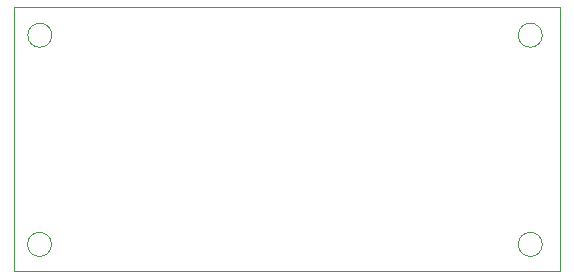
<source format=gbr>
%TF.GenerationSoftware,KiCad,Pcbnew,7.0.10*%
%TF.CreationDate,2024-02-19T12:28:25+05:30*%
%TF.ProjectId,ArduinoNano _Rudra_2021eeb1208,41726475-696e-46f4-9e61-6e6f205f5275,rev?*%
%TF.SameCoordinates,Original*%
%TF.FileFunction,Profile,NP*%
%FSLAX46Y46*%
G04 Gerber Fmt 4.6, Leading zero omitted, Abs format (unit mm)*
G04 Created by KiCad (PCBNEW 7.0.10) date 2024-02-19 12:28:25*
%MOMM*%
%LPD*%
G01*
G04 APERTURE LIST*
%TA.AperFunction,Profile*%
%ADD10C,0.100000*%
%TD*%
G04 APERTURE END LIST*
D10*
X62611000Y-97155000D02*
G75*
G03*
X60579000Y-97155000I-1016000J0D01*
G01*
X60579000Y-97155000D02*
G75*
G03*
X62611000Y-97155000I1016000J0D01*
G01*
X104140000Y-114860000D02*
G75*
G03*
X102108000Y-114860000I-1016000J0D01*
G01*
X102108000Y-114860000D02*
G75*
G03*
X104140000Y-114860000I1016000J0D01*
G01*
X62586000Y-114860000D02*
G75*
G03*
X60554000Y-114860000I-1016000J0D01*
G01*
X60554000Y-114860000D02*
G75*
G03*
X62586000Y-114860000I1016000J0D01*
G01*
X59436000Y-94742000D02*
X105664000Y-94742000D01*
X105664000Y-117094000D01*
X59436000Y-117094000D01*
X59436000Y-94742000D01*
X104140000Y-97155000D02*
G75*
G03*
X102108000Y-97155000I-1016000J0D01*
G01*
X102108000Y-97155000D02*
G75*
G03*
X104140000Y-97155000I1016000J0D01*
G01*
M02*

</source>
